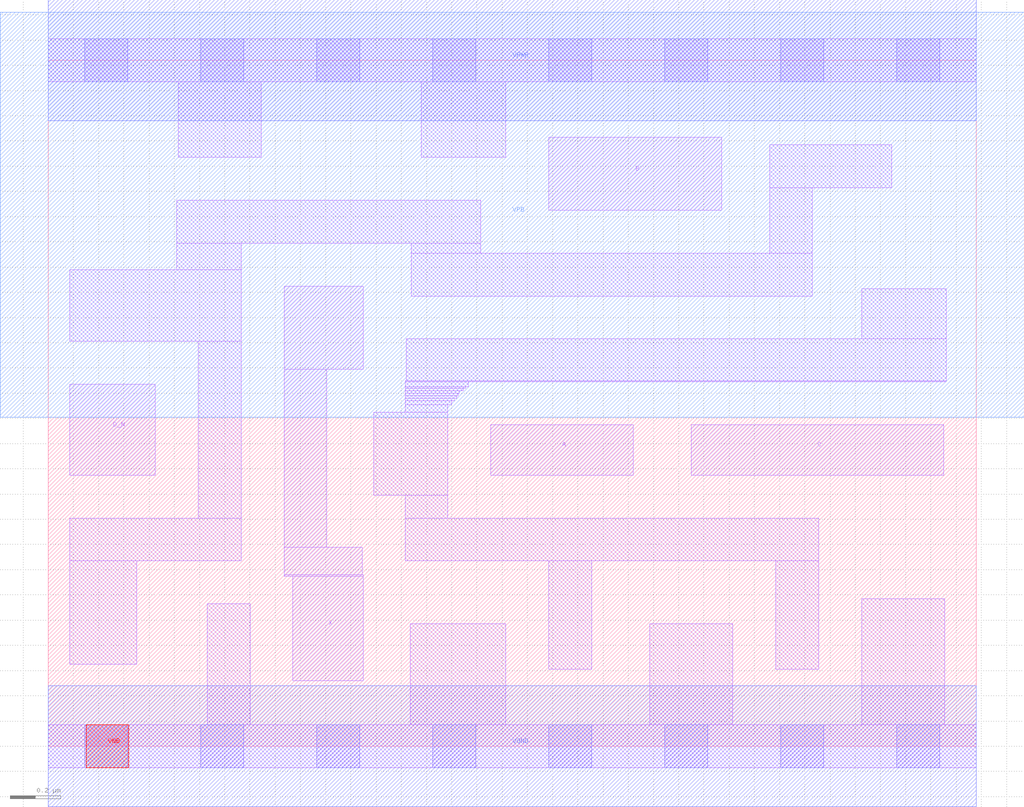
<source format=lef>
# Copyright 2020 The SkyWater PDK Authors
#
# Licensed under the Apache License, Version 2.0 (the "License");
# you may not use this file except in compliance with the License.
# You may obtain a copy of the License at
#
#     https://www.apache.org/licenses/LICENSE-2.0
#
# Unless required by applicable law or agreed to in writing, software
# distributed under the License is distributed on an "AS IS" BASIS,
# WITHOUT WARRANTIES OR CONDITIONS OF ANY KIND, either express or implied.
# See the License for the specific language governing permissions and
# limitations under the License.
#
# SPDX-License-Identifier: Apache-2.0

VERSION 5.7 ;
  NOWIREEXTENSIONATPIN ON ;
  DIVIDERCHAR "/" ;
  BUSBITCHARS "[]" ;
MACRO sky130_fd_sc_hd__or4b_2
  CLASS CORE ;
  FOREIGN sky130_fd_sc_hd__or4b_2 ;
  ORIGIN  0.000000  0.000000 ;
  SIZE  3.680000 BY  2.720000 ;
  SYMMETRY X Y R90 ;
  SITE unithd ;
  PIN A
    ANTENNAGATEAREA  0.126000 ;
    DIRECTION INPUT ;
    USE SIGNAL ;
    PORT
      LAYER li1 ;
        RECT 1.755000 1.075000 2.320000 1.275000 ;
    END
  END A
  PIN B
    ANTENNAGATEAREA  0.126000 ;
    DIRECTION INPUT ;
    USE SIGNAL ;
    PORT
      LAYER li1 ;
        RECT 1.985000 2.125000 2.670000 2.415000 ;
    END
  END B
  PIN C
    ANTENNAGATEAREA  0.126000 ;
    DIRECTION INPUT ;
    USE SIGNAL ;
    PORT
      LAYER li1 ;
        RECT 2.550000 1.075000 3.550000 1.275000 ;
    END
  END C
  PIN D_N
    ANTENNAGATEAREA  0.126000 ;
    DIRECTION INPUT ;
    USE SIGNAL ;
    PORT
      LAYER li1 ;
        RECT 0.085000 1.075000 0.425000 1.435000 ;
    END
  END D_N
  PIN X
    ANTENNADIFFAREA  0.445500 ;
    DIRECTION OUTPUT ;
    USE SIGNAL ;
    PORT
      LAYER li1 ;
        RECT 0.935000 0.675000 1.250000 0.680000 ;
        RECT 0.935000 0.680000 1.245000 0.790000 ;
        RECT 0.935000 0.790000 1.105000 1.495000 ;
        RECT 0.935000 1.495000 1.250000 1.825000 ;
        RECT 0.970000 0.260000 1.250000 0.675000 ;
    END
  END X
  PIN VGND
    DIRECTION INOUT ;
    SHAPE ABUTMENT ;
    USE GROUND ;
    PORT
      LAYER met1 ;
        RECT 0.000000 -0.240000 3.680000 0.240000 ;
    END
  END VGND
  PIN VNB
    DIRECTION INOUT ;
    USE GROUND ;
    PORT
      LAYER pwell ;
        RECT 0.150000 -0.085000 0.320000 0.085000 ;
    END
  END VNB
  PIN VPB
    DIRECTION INOUT ;
    USE POWER ;
    PORT
      LAYER nwell ;
        RECT -0.190000 1.305000 3.870000 2.910000 ;
    END
  END VPB
  PIN VPWR
    DIRECTION INOUT ;
    SHAPE ABUTMENT ;
    USE POWER ;
    PORT
      LAYER met1 ;
        RECT 0.000000 2.480000 3.680000 2.960000 ;
    END
  END VPWR
  OBS
    LAYER li1 ;
      RECT 0.000000 -0.085000 3.680000 0.085000 ;
      RECT 0.000000  2.635000 3.680000 2.805000 ;
      RECT 0.085000  0.325000 0.350000 0.735000 ;
      RECT 0.085000  0.735000 0.765000 0.905000 ;
      RECT 0.085000  1.605000 0.765000 1.890000 ;
      RECT 0.510000  1.890000 0.765000 1.995000 ;
      RECT 0.510000  1.995000 1.715000 2.165000 ;
      RECT 0.515000  2.335000 0.845000 2.635000 ;
      RECT 0.595000  0.905000 0.765000 1.605000 ;
      RECT 0.630000  0.085000 0.800000 0.565000 ;
      RECT 1.290000  0.995000 1.585000 1.325000 ;
      RECT 1.415000  0.735000 3.055000 0.905000 ;
      RECT 1.415000  0.905000 1.585000 0.995000 ;
      RECT 1.415000  1.325000 1.585000 1.355000 ;
      RECT 1.415000  1.355000 1.600000 1.370000 ;
      RECT 1.415000  1.370000 1.610000 1.380000 ;
      RECT 1.415000  1.380000 1.620000 1.390000 ;
      RECT 1.415000  1.390000 1.625000 1.400000 ;
      RECT 1.415000  1.400000 1.630000 1.410000 ;
      RECT 1.415000  1.410000 1.645000 1.420000 ;
      RECT 1.415000  1.420000 1.655000 1.425000 ;
      RECT 1.415000  1.425000 1.665000 1.445000 ;
      RECT 1.415000  1.445000 3.560000 1.450000 ;
      RECT 1.420000  1.450000 3.560000 1.615000 ;
      RECT 1.435000  0.085000 1.815000 0.485000 ;
      RECT 1.440000  1.785000 3.030000 1.955000 ;
      RECT 1.440000  1.955000 1.715000 1.995000 ;
      RECT 1.480000  2.335000 1.815000 2.635000 ;
      RECT 1.985000  0.305000 2.155000 0.735000 ;
      RECT 2.385000  0.085000 2.715000 0.485000 ;
      RECT 2.860000  1.955000 3.030000 2.215000 ;
      RECT 2.860000  2.215000 3.345000 2.385000 ;
      RECT 2.885000  0.305000 3.055000 0.735000 ;
      RECT 3.225000  0.085000 3.555000 0.585000 ;
      RECT 3.225000  1.615000 3.560000 1.815000 ;
    LAYER mcon ;
      RECT 0.145000 -0.085000 0.315000 0.085000 ;
      RECT 0.145000  2.635000 0.315000 2.805000 ;
      RECT 0.605000 -0.085000 0.775000 0.085000 ;
      RECT 0.605000  2.635000 0.775000 2.805000 ;
      RECT 1.065000 -0.085000 1.235000 0.085000 ;
      RECT 1.065000  2.635000 1.235000 2.805000 ;
      RECT 1.525000 -0.085000 1.695000 0.085000 ;
      RECT 1.525000  2.635000 1.695000 2.805000 ;
      RECT 1.985000 -0.085000 2.155000 0.085000 ;
      RECT 1.985000  2.635000 2.155000 2.805000 ;
      RECT 2.445000 -0.085000 2.615000 0.085000 ;
      RECT 2.445000  2.635000 2.615000 2.805000 ;
      RECT 2.905000 -0.085000 3.075000 0.085000 ;
      RECT 2.905000  2.635000 3.075000 2.805000 ;
      RECT 3.365000 -0.085000 3.535000 0.085000 ;
      RECT 3.365000  2.635000 3.535000 2.805000 ;
  END
END sky130_fd_sc_hd__or4b_2
END LIBRARY

</source>
